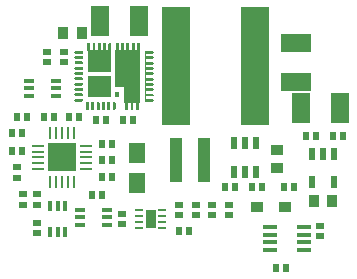
<source format=gbr>
G04 Layer_Color=8421504*
%FSLAX25Y25*%
%MOIN*%
%TF.FileFunction,Paste,Top*%
%TF.Part,Single*%
G01*
G75*
%TA.AperFunction,SMDPad*%
%ADD10R,0.02362X0.02559*%
%TA.AperFunction,SMDPad*%
%ADD11R,0.03937X0.03268*%
%TA.AperFunction,SMDPad*%
%ADD12R,0.03858X0.14567*%
%TA.AperFunction,SMDPad*%
%ADD13R,0.02559X0.02362*%
%TA.AperFunction,SMDPad*%
%ADD14R,0.06000X0.10000*%
%TA.AperFunction,SMDPad*%
%ADD15R,0.10000X0.06000*%
%TA.AperFunction,SMDPad*%
%ADD16R,0.05315X0.07087*%
%TA.AperFunction,SMDPad*%
%ADD17R,0.02362X0.03937*%
%TA.AperFunction,SMDPad*%
%ADD18R,0.03858X0.03661*%
%TA.AperFunction,SMDPad*%
%ADD24R,0.09370X0.39370*%
%TA.AperFunction,SMDPad*%
%ADD25R,0.03661X0.03858*%
%TA.AperFunction,SMDPad*%
G04:AMPARAMS|DCode=26|XSize=15.35mil|YSize=47.24mil|CornerRadius=3.84mil|HoleSize=0mil|Usage=FLASHONLY|Rotation=270.000|XOffset=0mil|YOffset=0mil|HoleType=Round|Shape=RoundedRectangle|*
%AMROUNDEDRECTD26*
21,1,0.01535,0.03957,0,0,270.0*
21,1,0.00768,0.04724,0,0,270.0*
1,1,0.00768,-0.01978,-0.00384*
1,1,0.00768,-0.01978,0.00384*
1,1,0.00768,0.01978,0.00384*
1,1,0.00768,0.01978,-0.00384*
%
%ADD26ROUNDEDRECTD26*%
%TA.AperFunction,SMDPad*%
%ADD27O,0.04331X0.00984*%
%TA.AperFunction,SMDPad*%
%ADD28O,0.00984X0.04331*%
%TA.AperFunction,SMDPad*%
%ADD29R,0.09646X0.09646*%
%TA.AperFunction,SMDPad*%
%ADD30R,0.03347X0.06299*%
%TA.AperFunction,SMDPad*%
%ADD31O,0.02756X0.00984*%
%TA.AperFunction,SMDPad*%
%ADD32R,0.03543X0.01575*%
%TA.AperFunction,SMDPad*%
%ADD33R,0.01575X0.03543*%
G36*
X381138Y354492D02*
X383008D01*
X383036Y354491D01*
X383065Y354489D01*
X383093Y354485D01*
X383121Y354479D01*
X383149Y354471D01*
X383176Y354463D01*
X383203Y354452D01*
X383229Y354440D01*
X383254Y354426D01*
X383278Y354411D01*
X383302Y354395D01*
X383324Y354377D01*
X383346Y354358D01*
X383366Y354338D01*
X383385Y354316D01*
X383403Y354294D01*
X383419Y354271D01*
X383434Y354246D01*
X383448Y354221D01*
X383460Y354195D01*
X383470Y354168D01*
X383479Y354141D01*
X383487Y354114D01*
X383492Y354085D01*
X383497Y354057D01*
X383499Y354029D01*
X383500Y354000D01*
X383499Y353971D01*
X383497Y353943D01*
X383492Y353914D01*
X383487Y353887D01*
X383479Y353859D01*
X383470Y353832D01*
X383460Y353805D01*
X383448Y353779D01*
X383434Y353754D01*
X383419Y353730D01*
X383403Y353706D01*
X383385Y353684D01*
X383366Y353662D01*
X383346Y353642D01*
X383324Y353623D01*
X383302Y353605D01*
X383278Y353589D01*
X383254Y353574D01*
X383229Y353560D01*
X383203Y353548D01*
X383176Y353538D01*
X383149Y353528D01*
X383121Y353521D01*
X383093Y353515D01*
X383065Y353511D01*
X383036Y353509D01*
X383008Y353508D01*
X381138D01*
Y352720D01*
X383008D01*
X383036Y352719D01*
X383065Y352717D01*
X383093Y352713D01*
X383121Y352707D01*
X383149Y352699D01*
X383176Y352691D01*
X383203Y352680D01*
X383229Y352668D01*
X383254Y352654D01*
X383278Y352639D01*
X383302Y352623D01*
X383324Y352605D01*
X383346Y352586D01*
X383366Y352566D01*
X383385Y352544D01*
X383403Y352522D01*
X383419Y352499D01*
X383434Y352474D01*
X383448Y352449D01*
X383460Y352423D01*
X383470Y352396D01*
X383479Y352369D01*
X383487Y352342D01*
X383492Y352313D01*
X383497Y352285D01*
X383499Y352257D01*
X383500Y352228D01*
X383499Y352199D01*
X383497Y352171D01*
X383492Y352143D01*
X383487Y352115D01*
X383479Y352087D01*
X383470Y352060D01*
X383460Y352033D01*
X383448Y352007D01*
X383434Y351982D01*
X383419Y351958D01*
X383403Y351934D01*
X383385Y351912D01*
X383366Y351890D01*
X383346Y351870D01*
X383324Y351851D01*
X383302Y351833D01*
X383278Y351817D01*
X383254Y351802D01*
X383229Y351788D01*
X383203Y351776D01*
X383176Y351765D01*
X383149Y351757D01*
X383121Y351749D01*
X383093Y351743D01*
X383065Y351739D01*
X383036Y351737D01*
X383008Y351736D01*
X381138D01*
Y350949D01*
X383008D01*
X383036Y350948D01*
X383065Y350946D01*
X383093Y350942D01*
X383121Y350936D01*
X383149Y350928D01*
X383176Y350920D01*
X383203Y350909D01*
X383229Y350897D01*
X383254Y350883D01*
X383278Y350868D01*
X383302Y350852D01*
X383324Y350834D01*
X383346Y350815D01*
X383366Y350795D01*
X383385Y350773D01*
X383403Y350751D01*
X383419Y350728D01*
X383434Y350703D01*
X383448Y350678D01*
X383460Y350652D01*
X383470Y350625D01*
X383479Y350598D01*
X383487Y350571D01*
X383492Y350542D01*
X383497Y350514D01*
X383499Y350486D01*
X383500Y350457D01*
X383499Y350428D01*
X383497Y350400D01*
X383492Y350372D01*
X383487Y350343D01*
X383479Y350316D01*
X383470Y350289D01*
X383460Y350262D01*
X383448Y350236D01*
X383434Y350211D01*
X383419Y350186D01*
X383403Y350163D01*
X383385Y350141D01*
X383366Y350119D01*
X383346Y350099D01*
X383324Y350080D01*
X383302Y350062D01*
X383278Y350046D01*
X383254Y350031D01*
X383229Y350017D01*
X383203Y350005D01*
X383176Y349994D01*
X383149Y349986D01*
X383121Y349978D01*
X383093Y349972D01*
X383065Y349968D01*
X383036Y349966D01*
X383008Y349965D01*
X381138D01*
Y349177D01*
X383008D01*
X383036Y349176D01*
X383065Y349174D01*
X383093Y349170D01*
X383121Y349164D01*
X383149Y349156D01*
X383176Y349148D01*
X383203Y349137D01*
X383229Y349125D01*
X383254Y349111D01*
X383278Y349096D01*
X383302Y349080D01*
X383324Y349062D01*
X383346Y349043D01*
X383366Y349023D01*
X383385Y349001D01*
X383403Y348979D01*
X383419Y348955D01*
X383434Y348931D01*
X383448Y348906D01*
X383460Y348880D01*
X383470Y348853D01*
X383479Y348826D01*
X383487Y348798D01*
X383492Y348770D01*
X383497Y348742D01*
X383499Y348714D01*
X383500Y348685D01*
X383499Y348656D01*
X383497Y348628D01*
X383492Y348600D01*
X383487Y348571D01*
X383479Y348544D01*
X383470Y348517D01*
X383460Y348490D01*
X383448Y348464D01*
X383434Y348439D01*
X383419Y348414D01*
X383403Y348391D01*
X383385Y348369D01*
X383366Y348347D01*
X383346Y348327D01*
X383324Y348308D01*
X383302Y348290D01*
X383278Y348274D01*
X383254Y348259D01*
X383229Y348245D01*
X383203Y348233D01*
X383176Y348222D01*
X383149Y348214D01*
X383121Y348206D01*
X383093Y348200D01*
X383065Y348196D01*
X383036Y348194D01*
X383008Y348193D01*
X381138D01*
Y347405D01*
X383008D01*
X383036Y347404D01*
X383065Y347402D01*
X383093Y347398D01*
X383121Y347392D01*
X383149Y347385D01*
X383176Y347375D01*
X383203Y347365D01*
X383229Y347353D01*
X383254Y347339D01*
X383278Y347324D01*
X383302Y347308D01*
X383324Y347290D01*
X383346Y347271D01*
X383366Y347251D01*
X383385Y347229D01*
X383403Y347207D01*
X383419Y347183D01*
X383434Y347159D01*
X383448Y347134D01*
X383460Y347108D01*
X383470Y347081D01*
X383479Y347054D01*
X383487Y347026D01*
X383492Y346999D01*
X383497Y346970D01*
X383499Y346942D01*
X383500Y346913D01*
X383499Y346884D01*
X383497Y346856D01*
X383492Y346828D01*
X383487Y346799D01*
X383479Y346772D01*
X383470Y346745D01*
X383460Y346718D01*
X383448Y346692D01*
X383434Y346667D01*
X383419Y346642D01*
X383403Y346619D01*
X383385Y346597D01*
X383366Y346575D01*
X383346Y346555D01*
X383324Y346536D01*
X383302Y346518D01*
X383278Y346502D01*
X383254Y346487D01*
X383229Y346473D01*
X383203Y346461D01*
X383176Y346450D01*
X383149Y346442D01*
X383121Y346434D01*
X383093Y346428D01*
X383065Y346424D01*
X383036Y346422D01*
X383008Y346421D01*
X381138D01*
Y345634D01*
X383008D01*
X383036Y345633D01*
X383065Y345631D01*
X383093Y345627D01*
X383121Y345621D01*
X383149Y345614D01*
X383176Y345604D01*
X383203Y345594D01*
X383229Y345582D01*
X383254Y345568D01*
X383278Y345553D01*
X383302Y345537D01*
X383324Y345519D01*
X383346Y345500D01*
X383366Y345480D01*
X383385Y345458D01*
X383403Y345436D01*
X383419Y345412D01*
X383434Y345388D01*
X383448Y345363D01*
X383460Y345337D01*
X383470Y345310D01*
X383479Y345283D01*
X383487Y345255D01*
X383492Y345228D01*
X383497Y345199D01*
X383499Y345171D01*
X383500Y345142D01*
X383499Y345113D01*
X383497Y345085D01*
X383492Y345057D01*
X383487Y345028D01*
X383479Y345001D01*
X383470Y344974D01*
X383460Y344947D01*
X383448Y344921D01*
X383434Y344896D01*
X383419Y344871D01*
X383403Y344848D01*
X383385Y344826D01*
X383366Y344804D01*
X383346Y344784D01*
X383324Y344765D01*
X383302Y344747D01*
X383278Y344731D01*
X383254Y344716D01*
X383229Y344702D01*
X383203Y344690D01*
X383176Y344679D01*
X383149Y344671D01*
X383121Y344663D01*
X383093Y344657D01*
X383065Y344653D01*
X383036Y344651D01*
X383008Y344650D01*
X381138D01*
Y343862D01*
X383008D01*
X383036Y343861D01*
X383065Y343859D01*
X383093Y343855D01*
X383121Y343849D01*
X383149Y343842D01*
X383176Y343832D01*
X383203Y343822D01*
X383229Y343810D01*
X383254Y343796D01*
X383278Y343781D01*
X383302Y343765D01*
X383324Y343747D01*
X383346Y343728D01*
X383366Y343708D01*
X383385Y343686D01*
X383403Y343664D01*
X383419Y343640D01*
X383434Y343616D01*
X383448Y343591D01*
X383460Y343565D01*
X383470Y343538D01*
X383479Y343511D01*
X383487Y343483D01*
X383492Y343456D01*
X383497Y343427D01*
X383499Y343399D01*
X383500Y343370D01*
X383499Y343341D01*
X383497Y343313D01*
X383492Y343285D01*
X383487Y343256D01*
X383479Y343229D01*
X383470Y343202D01*
X383460Y343175D01*
X383448Y343149D01*
X383434Y343124D01*
X383419Y343099D01*
X383403Y343076D01*
X383385Y343054D01*
X383366Y343032D01*
X383346Y343012D01*
X383324Y342993D01*
X383302Y342975D01*
X383278Y342959D01*
X383254Y342944D01*
X383229Y342930D01*
X383203Y342918D01*
X383176Y342908D01*
X383149Y342899D01*
X383121Y342891D01*
X383093Y342885D01*
X383065Y342881D01*
X383036Y342879D01*
X383008Y342878D01*
X381138D01*
Y342090D01*
X383008D01*
X383036Y342089D01*
X383065Y342087D01*
X383093Y342083D01*
X383121Y342077D01*
X383149Y342070D01*
X383176Y342060D01*
X383203Y342050D01*
X383229Y342038D01*
X383254Y342024D01*
X383278Y342009D01*
X383302Y341993D01*
X383324Y341975D01*
X383346Y341956D01*
X383366Y341936D01*
X383385Y341914D01*
X383403Y341892D01*
X383419Y341868D01*
X383434Y341844D01*
X383448Y341819D01*
X383460Y341793D01*
X383470Y341766D01*
X383479Y341739D01*
X383487Y341711D01*
X383492Y341684D01*
X383497Y341655D01*
X383499Y341627D01*
X383500Y341598D01*
X383499Y341569D01*
X383497Y341541D01*
X383492Y341512D01*
X383487Y341484D01*
X383479Y341457D01*
X383470Y341430D01*
X383460Y341403D01*
X383448Y341377D01*
X383434Y341352D01*
X383419Y341328D01*
X383403Y341304D01*
X383385Y341282D01*
X383366Y341260D01*
X383346Y341240D01*
X383324Y341221D01*
X383302Y341203D01*
X383278Y341187D01*
X383254Y341172D01*
X383229Y341158D01*
X383203Y341146D01*
X383176Y341136D01*
X383149Y341126D01*
X383121Y341119D01*
X383093Y341113D01*
X383065Y341109D01*
X383036Y341107D01*
X383008Y341106D01*
X381138D01*
Y340319D01*
X383008D01*
X383036Y340318D01*
X383065Y340316D01*
X383093Y340312D01*
X383121Y340306D01*
X383149Y340299D01*
X383176Y340289D01*
X383203Y340279D01*
X383229Y340267D01*
X383254Y340253D01*
X383278Y340238D01*
X383302Y340222D01*
X383324Y340204D01*
X383346Y340185D01*
X383366Y340165D01*
X383385Y340143D01*
X383403Y340121D01*
X383419Y340097D01*
X383434Y340073D01*
X383448Y340048D01*
X383460Y340022D01*
X383470Y339995D01*
X383479Y339968D01*
X383487Y339941D01*
X383492Y339913D01*
X383497Y339884D01*
X383499Y339856D01*
X383500Y339827D01*
X383499Y339798D01*
X383497Y339770D01*
X383492Y339741D01*
X383487Y339714D01*
X383479Y339686D01*
X383470Y339659D01*
X383460Y339632D01*
X383448Y339606D01*
X383434Y339581D01*
X383419Y339557D01*
X383403Y339533D01*
X383385Y339511D01*
X383366Y339489D01*
X383346Y339469D01*
X383324Y339450D01*
X383302Y339432D01*
X383278Y339416D01*
X383254Y339401D01*
X383229Y339387D01*
X383203Y339375D01*
X383176Y339365D01*
X383149Y339355D01*
X383121Y339348D01*
X383093Y339342D01*
X383065Y339338D01*
X383036Y339336D01*
X383008Y339335D01*
X381138D01*
Y338547D01*
X383008D01*
X383036Y338546D01*
X383065Y338544D01*
X383093Y338540D01*
X383121Y338534D01*
X383149Y338527D01*
X383176Y338517D01*
X383203Y338507D01*
X383229Y338495D01*
X383254Y338481D01*
X383278Y338466D01*
X383302Y338450D01*
X383324Y338432D01*
X383346Y338413D01*
X383366Y338393D01*
X383385Y338371D01*
X383403Y338349D01*
X383419Y338326D01*
X383434Y338301D01*
X383448Y338276D01*
X383460Y338250D01*
X383470Y338223D01*
X383479Y338196D01*
X383487Y338169D01*
X383492Y338141D01*
X383497Y338112D01*
X383499Y338084D01*
X383500Y338055D01*
X383499Y338026D01*
X383497Y337998D01*
X383492Y337969D01*
X383487Y337942D01*
X383479Y337914D01*
X383470Y337887D01*
X383460Y337860D01*
X383448Y337834D01*
X383434Y337809D01*
X383419Y337785D01*
X383403Y337761D01*
X383385Y337739D01*
X383366Y337717D01*
X383346Y337697D01*
X383324Y337678D01*
X383302Y337660D01*
X383278Y337644D01*
X383254Y337629D01*
X383229Y337615D01*
X383203Y337603D01*
X383176Y337593D01*
X383149Y337583D01*
X383121Y337576D01*
X383093Y337570D01*
X383065Y337566D01*
X383036Y337564D01*
X383008Y337563D01*
X381138D01*
Y337504D01*
X380498D01*
Y354551D01*
X381138D01*
Y354492D01*
D02*
G37*
G36*
X370359Y337641D02*
X370388Y337638D01*
X370416Y337634D01*
X370444Y337628D01*
X370472Y337621D01*
X370499Y337612D01*
X370526Y337601D01*
X370551Y337589D01*
X370577Y337576D01*
X370601Y337561D01*
X370624Y337544D01*
X370647Y337526D01*
X370668Y337507D01*
X370689Y337487D01*
X370708Y337466D01*
X370725Y337443D01*
X370742Y337420D01*
X370757Y337395D01*
X370770Y337370D01*
X370782Y337344D01*
X370793Y337318D01*
X370802Y337291D01*
X370809Y337263D01*
X370815Y337235D01*
X370819Y337206D01*
X370822Y337178D01*
X370823Y337149D01*
Y335181D01*
X370822Y335152D01*
X370819Y335124D01*
X370815Y335095D01*
X370809Y335067D01*
X370802Y335040D01*
X370793Y335013D01*
X370782Y334986D01*
X370770Y334960D01*
X370757Y334935D01*
X370742Y334910D01*
X370725Y334887D01*
X370708Y334864D01*
X370689Y334843D01*
X370668Y334823D01*
X370647Y334804D01*
X370624Y334786D01*
X370601Y334770D01*
X370577Y334754D01*
X370551Y334741D01*
X370526Y334729D01*
X370499Y334718D01*
X370472Y334709D01*
X370444Y334702D01*
X370416Y334696D01*
X370388Y334692D01*
X370359Y334689D01*
X370331Y334689D01*
X370302Y334689D01*
X370273Y334692D01*
X370245Y334696D01*
X370217Y334702D01*
X370189Y334709D01*
X370162Y334718D01*
X370135Y334729D01*
X370110Y334741D01*
X370084Y334754D01*
X370060Y334770D01*
X370037Y334786D01*
X370014Y334804D01*
X369993Y334823D01*
X369972Y334843D01*
X369953Y334864D01*
X369936Y334887D01*
X369919Y334910D01*
X369904Y334935D01*
X369891Y334960D01*
X369879Y334986D01*
X369868Y335013D01*
X369859Y335040D01*
X369852Y335067D01*
X369846Y335095D01*
X369842Y335124D01*
X369839Y335152D01*
X369838Y335181D01*
Y337149D01*
X369839Y337178D01*
X369842Y337206D01*
X369846Y337235D01*
X369852Y337263D01*
X369859Y337291D01*
X369868Y337318D01*
X369879Y337344D01*
X369891Y337370D01*
X369904Y337395D01*
X369919Y337420D01*
X369936Y337443D01*
X369953Y337466D01*
X369972Y337487D01*
X369993Y337507D01*
X370014Y337526D01*
X370037Y337544D01*
X370060Y337561D01*
X370084Y337576D01*
X370110Y337589D01*
X370135Y337601D01*
X370162Y337612D01*
X370189Y337621D01*
X370217Y337628D01*
X370245Y337634D01*
X370273Y337638D01*
X370302Y337641D01*
X370331Y337642D01*
X370359Y337641D01*
D02*
G37*
G36*
X359611Y338625D02*
X359640Y338623D01*
X359668Y338619D01*
X359696Y338613D01*
X359724Y338605D01*
X359751Y338597D01*
X359778Y338586D01*
X359804Y338574D01*
X359829Y338560D01*
X359853Y338545D01*
X359877Y338529D01*
X359899Y338511D01*
X359921Y338492D01*
X359941Y338472D01*
X359960Y338450D01*
X359978Y338428D01*
X359994Y338404D01*
X360009Y338380D01*
X360023Y338355D01*
X360035Y338329D01*
X360045Y338302D01*
X360054Y338275D01*
X360062Y338247D01*
X360068Y338219D01*
X360072Y338191D01*
X360074Y338163D01*
X360075Y338134D01*
X360074Y338105D01*
X360072Y338077D01*
X360068Y338049D01*
X360062Y338020D01*
X360054Y337993D01*
X360045Y337966D01*
X360035Y337939D01*
X360023Y337913D01*
X360009Y337888D01*
X359994Y337863D01*
X359978Y337840D01*
X359960Y337818D01*
X359941Y337796D01*
X359921Y337776D01*
X359899Y337757D01*
X359877Y337739D01*
X359853Y337723D01*
X359829Y337708D01*
X359804Y337694D01*
X359778Y337682D01*
X359751Y337671D01*
X359724Y337663D01*
X359696Y337655D01*
X359668Y337649D01*
X359640Y337645D01*
X359611Y337643D01*
X359583Y337642D01*
X357614D01*
X357586Y337643D01*
X357557Y337645D01*
X357529Y337649D01*
X357501Y337655D01*
X357473Y337663D01*
X357446Y337671D01*
X357419Y337682D01*
X357393Y337694D01*
X357368Y337708D01*
X357344Y337723D01*
X357320Y337739D01*
X357298Y337757D01*
X357277Y337776D01*
X357256Y337796D01*
X357237Y337818D01*
X357220Y337840D01*
X357203Y337863D01*
X357188Y337888D01*
X357174Y337913D01*
X357162Y337939D01*
X357152Y337966D01*
X357143Y337993D01*
X357135Y338020D01*
X357130Y338049D01*
X357125Y338077D01*
X357123Y338105D01*
X357122Y338134D01*
X357123Y338163D01*
X357125Y338191D01*
X357130Y338219D01*
X357135Y338247D01*
X357143Y338275D01*
X357152Y338302D01*
X357162Y338329D01*
X357174Y338355D01*
X357188Y338380D01*
X357203Y338404D01*
X357220Y338428D01*
X357237Y338450D01*
X357256Y338472D01*
X357277Y338492D01*
X357298Y338511D01*
X357320Y338529D01*
X357344Y338545D01*
X357368Y338560D01*
X357393Y338574D01*
X357419Y338586D01*
X357446Y338597D01*
X357473Y338605D01*
X357501Y338613D01*
X357529Y338619D01*
X357557Y338623D01*
X357586Y338625D01*
X357614Y338626D01*
X359583D01*
X359611Y338625D01*
D02*
G37*
G36*
X371984Y339118D02*
X370803D01*
Y340890D01*
X371984D01*
Y339118D01*
D02*
G37*
G36*
X369229D02*
X361551D01*
Y346008D01*
X369229D01*
Y339118D01*
D02*
G37*
G36*
X363273Y337641D02*
X363302Y337638D01*
X363330Y337634D01*
X363358Y337628D01*
X363386Y337621D01*
X363413Y337612D01*
X363439Y337601D01*
X363465Y337589D01*
X363491Y337576D01*
X363515Y337561D01*
X363538Y337544D01*
X363561Y337526D01*
X363582Y337507D01*
X363602Y337487D01*
X363621Y337466D01*
X363639Y337443D01*
X363656Y337420D01*
X363671Y337395D01*
X363684Y337370D01*
X363696Y337344D01*
X363707Y337318D01*
X363716Y337291D01*
X363723Y337263D01*
X363729Y337235D01*
X363733Y337206D01*
X363736Y337178D01*
X363737Y337149D01*
Y335181D01*
X363736Y335152D01*
X363733Y335124D01*
X363729Y335095D01*
X363723Y335067D01*
X363716Y335040D01*
X363707Y335013D01*
X363696Y334986D01*
X363684Y334960D01*
X363671Y334935D01*
X363656Y334910D01*
X363639Y334887D01*
X363621Y334864D01*
X363602Y334843D01*
X363582Y334823D01*
X363561Y334804D01*
X363538Y334786D01*
X363515Y334770D01*
X363491Y334754D01*
X363465Y334741D01*
X363439Y334729D01*
X363413Y334718D01*
X363386Y334709D01*
X363358Y334702D01*
X363330Y334696D01*
X363302Y334692D01*
X363273Y334689D01*
X363245Y334689D01*
X363216Y334689D01*
X363187Y334692D01*
X363159Y334696D01*
X363131Y334702D01*
X363103Y334709D01*
X363076Y334718D01*
X363050Y334729D01*
X363024Y334741D01*
X362998Y334754D01*
X362974Y334770D01*
X362951Y334786D01*
X362928Y334804D01*
X362907Y334823D01*
X362887Y334843D01*
X362867Y334864D01*
X362850Y334887D01*
X362833Y334910D01*
X362818Y334935D01*
X362805Y334960D01*
X362793Y334986D01*
X362782Y335013D01*
X362773Y335040D01*
X362766Y335067D01*
X362760Y335095D01*
X362756Y335124D01*
X362753Y335152D01*
X362752Y335181D01*
Y337149D01*
X362753Y337178D01*
X362756Y337206D01*
X362760Y337235D01*
X362766Y337263D01*
X362773Y337291D01*
X362782Y337318D01*
X362793Y337344D01*
X362805Y337370D01*
X362818Y337395D01*
X362833Y337420D01*
X362850Y337443D01*
X362867Y337466D01*
X362887Y337487D01*
X362907Y337507D01*
X362928Y337526D01*
X362951Y337544D01*
X362974Y337561D01*
X362998Y337576D01*
X363024Y337589D01*
X363050Y337601D01*
X363076Y337612D01*
X363103Y337621D01*
X363131Y337628D01*
X363159Y337634D01*
X363187Y337638D01*
X363216Y337641D01*
X363245Y337642D01*
X363273Y337641D01*
D02*
G37*
G36*
X361501D02*
X361530Y337638D01*
X361558Y337634D01*
X361586Y337628D01*
X361614Y337621D01*
X361641Y337612D01*
X361667Y337601D01*
X361693Y337589D01*
X361719Y337576D01*
X361743Y337561D01*
X361766Y337544D01*
X361789Y337526D01*
X361810Y337507D01*
X361830Y337487D01*
X361849Y337466D01*
X361867Y337443D01*
X361884Y337420D01*
X361899Y337395D01*
X361912Y337370D01*
X361924Y337344D01*
X361935Y337318D01*
X361944Y337291D01*
X361951Y337263D01*
X361957Y337235D01*
X361961Y337206D01*
X361964Y337178D01*
X361965Y337149D01*
Y335181D01*
X361964Y335152D01*
X361961Y335124D01*
X361957Y335095D01*
X361951Y335067D01*
X361944Y335040D01*
X361935Y335013D01*
X361924Y334986D01*
X361912Y334960D01*
X361899Y334935D01*
X361884Y334910D01*
X361867Y334887D01*
X361849Y334864D01*
X361830Y334843D01*
X361810Y334823D01*
X361789Y334804D01*
X361766Y334786D01*
X361743Y334770D01*
X361719Y334754D01*
X361693Y334741D01*
X361667Y334729D01*
X361641Y334718D01*
X361614Y334709D01*
X361586Y334702D01*
X361558Y334696D01*
X361530Y334692D01*
X361501Y334689D01*
X361473Y334689D01*
X361444Y334689D01*
X361415Y334692D01*
X361387Y334696D01*
X361359Y334702D01*
X361331Y334709D01*
X361304Y334718D01*
X361278Y334729D01*
X361252Y334741D01*
X361226Y334754D01*
X361202Y334770D01*
X361179Y334786D01*
X361156Y334804D01*
X361135Y334823D01*
X361115Y334843D01*
X361095Y334864D01*
X361078Y334887D01*
X361061Y334910D01*
X361046Y334935D01*
X361033Y334960D01*
X361021Y334986D01*
X361010Y335013D01*
X361001Y335040D01*
X360994Y335067D01*
X360988Y335095D01*
X360984Y335124D01*
X360981Y335152D01*
X360980Y335181D01*
Y337149D01*
X360981Y337178D01*
X360984Y337206D01*
X360988Y337235D01*
X360994Y337263D01*
X361001Y337291D01*
X361010Y337318D01*
X361021Y337344D01*
X361033Y337370D01*
X361046Y337395D01*
X361061Y337420D01*
X361078Y337443D01*
X361095Y337466D01*
X361115Y337487D01*
X361135Y337507D01*
X361156Y337526D01*
X361179Y337544D01*
X361202Y337561D01*
X361226Y337576D01*
X361252Y337589D01*
X361278Y337601D01*
X361304Y337612D01*
X361331Y337621D01*
X361359Y337628D01*
X361387Y337634D01*
X361415Y337638D01*
X361444Y337641D01*
X361473Y337642D01*
X361501Y337641D01*
D02*
G37*
G36*
X365044D02*
X365073Y337638D01*
X365101Y337634D01*
X365129Y337628D01*
X365157Y337621D01*
X365184Y337612D01*
X365211Y337601D01*
X365236Y337589D01*
X365262Y337576D01*
X365286Y337561D01*
X365309Y337544D01*
X365332Y337526D01*
X365353Y337507D01*
X365373Y337487D01*
X365392Y337466D01*
X365410Y337443D01*
X365427Y337420D01*
X365442Y337395D01*
X365455Y337370D01*
X365467Y337344D01*
X365478Y337318D01*
X365487Y337291D01*
X365494Y337263D01*
X365500Y337235D01*
X365504Y337206D01*
X365507Y337178D01*
X365508Y337149D01*
Y335181D01*
X365507Y335152D01*
X365504Y335124D01*
X365500Y335095D01*
X365494Y335067D01*
X365487Y335040D01*
X365478Y335013D01*
X365467Y334986D01*
X365455Y334960D01*
X365442Y334935D01*
X365427Y334910D01*
X365410Y334887D01*
X365392Y334864D01*
X365373Y334843D01*
X365353Y334823D01*
X365332Y334804D01*
X365309Y334786D01*
X365286Y334770D01*
X365262Y334754D01*
X365236Y334741D01*
X365211Y334729D01*
X365184Y334718D01*
X365157Y334709D01*
X365129Y334702D01*
X365101Y334696D01*
X365073Y334692D01*
X365044Y334689D01*
X365016Y334689D01*
X364987Y334689D01*
X364958Y334692D01*
X364930Y334696D01*
X364902Y334702D01*
X364874Y334709D01*
X364847Y334718D01*
X364821Y334729D01*
X364795Y334741D01*
X364769Y334754D01*
X364745Y334770D01*
X364722Y334786D01*
X364699Y334804D01*
X364678Y334823D01*
X364657Y334843D01*
X364638Y334864D01*
X364621Y334887D01*
X364604Y334910D01*
X364589Y334935D01*
X364576Y334960D01*
X364564Y334986D01*
X364553Y335013D01*
X364544Y335040D01*
X364537Y335067D01*
X364531Y335095D01*
X364527Y335124D01*
X364524Y335152D01*
X364523Y335181D01*
Y337149D01*
X364524Y337178D01*
X364527Y337206D01*
X364531Y337235D01*
X364537Y337263D01*
X364544Y337291D01*
X364553Y337318D01*
X364564Y337344D01*
X364576Y337370D01*
X364589Y337395D01*
X364604Y337420D01*
X364621Y337443D01*
X364638Y337466D01*
X364657Y337487D01*
X364678Y337507D01*
X364699Y337526D01*
X364722Y337544D01*
X364745Y337561D01*
X364769Y337576D01*
X364795Y337589D01*
X364821Y337601D01*
X364847Y337612D01*
X364874Y337621D01*
X364902Y337628D01*
X364930Y337634D01*
X364958Y337638D01*
X364987Y337641D01*
X365016Y337642D01*
X365044Y337641D01*
D02*
G37*
G36*
X368588D02*
X368617Y337638D01*
X368645Y337634D01*
X368673Y337628D01*
X368701Y337621D01*
X368728Y337612D01*
X368755Y337601D01*
X368780Y337589D01*
X368806Y337576D01*
X368830Y337561D01*
X368853Y337544D01*
X368876Y337526D01*
X368897Y337507D01*
X368917Y337487D01*
X368936Y337466D01*
X368954Y337443D01*
X368971Y337420D01*
X368986Y337395D01*
X368999Y337370D01*
X369011Y337344D01*
X369022Y337318D01*
X369031Y337291D01*
X369038Y337263D01*
X369044Y337235D01*
X369048Y337206D01*
X369051Y337178D01*
X369052Y337149D01*
Y335181D01*
X369051Y335152D01*
X369048Y335124D01*
X369044Y335095D01*
X369038Y335067D01*
X369031Y335040D01*
X369022Y335013D01*
X369011Y334986D01*
X368999Y334960D01*
X368986Y334935D01*
X368971Y334910D01*
X368954Y334887D01*
X368936Y334864D01*
X368917Y334843D01*
X368897Y334823D01*
X368876Y334804D01*
X368853Y334786D01*
X368830Y334770D01*
X368806Y334754D01*
X368780Y334741D01*
X368755Y334729D01*
X368728Y334718D01*
X368701Y334709D01*
X368673Y334702D01*
X368645Y334696D01*
X368617Y334692D01*
X368588Y334689D01*
X368560Y334689D01*
X368531Y334689D01*
X368502Y334692D01*
X368474Y334696D01*
X368446Y334702D01*
X368418Y334709D01*
X368391Y334718D01*
X368365Y334729D01*
X368339Y334741D01*
X368313Y334754D01*
X368289Y334770D01*
X368266Y334786D01*
X368243Y334804D01*
X368222Y334823D01*
X368201Y334843D01*
X368182Y334864D01*
X368165Y334887D01*
X368148Y334910D01*
X368133Y334935D01*
X368120Y334960D01*
X368108Y334986D01*
X368097Y335013D01*
X368088Y335040D01*
X368081Y335067D01*
X368075Y335095D01*
X368071Y335124D01*
X368068Y335152D01*
X368067Y335181D01*
Y337149D01*
X368068Y337178D01*
X368071Y337206D01*
X368075Y337235D01*
X368081Y337263D01*
X368088Y337291D01*
X368097Y337318D01*
X368108Y337344D01*
X368120Y337370D01*
X368133Y337395D01*
X368148Y337420D01*
X368165Y337443D01*
X368182Y337466D01*
X368201Y337487D01*
X368222Y337507D01*
X368243Y337526D01*
X368266Y337544D01*
X368289Y337561D01*
X368313Y337576D01*
X368339Y337589D01*
X368365Y337601D01*
X368391Y337612D01*
X368418Y337621D01*
X368446Y337628D01*
X368474Y337634D01*
X368502Y337638D01*
X368531Y337641D01*
X368560Y337642D01*
X368588Y337641D01*
D02*
G37*
G36*
X366816D02*
X366845Y337638D01*
X366873Y337634D01*
X366901Y337628D01*
X366929Y337621D01*
X366956Y337612D01*
X366983Y337601D01*
X367008Y337589D01*
X367034Y337576D01*
X367058Y337561D01*
X367081Y337544D01*
X367104Y337526D01*
X367125Y337507D01*
X367145Y337487D01*
X367164Y337466D01*
X367182Y337443D01*
X367199Y337420D01*
X367214Y337395D01*
X367227Y337370D01*
X367239Y337344D01*
X367250Y337318D01*
X367259Y337291D01*
X367266Y337263D01*
X367272Y337235D01*
X367276Y337206D01*
X367279Y337178D01*
X367280Y337149D01*
Y335181D01*
X367279Y335152D01*
X367276Y335124D01*
X367272Y335095D01*
X367266Y335067D01*
X367259Y335040D01*
X367250Y335013D01*
X367239Y334986D01*
X367227Y334960D01*
X367214Y334935D01*
X367199Y334910D01*
X367182Y334887D01*
X367164Y334864D01*
X367145Y334843D01*
X367125Y334823D01*
X367104Y334804D01*
X367081Y334786D01*
X367058Y334770D01*
X367034Y334754D01*
X367008Y334741D01*
X366983Y334729D01*
X366956Y334718D01*
X366929Y334709D01*
X366901Y334702D01*
X366873Y334696D01*
X366845Y334692D01*
X366816Y334689D01*
X366788Y334689D01*
X366759Y334689D01*
X366730Y334692D01*
X366702Y334696D01*
X366674Y334702D01*
X366646Y334709D01*
X366619Y334718D01*
X366593Y334729D01*
X366567Y334741D01*
X366541Y334754D01*
X366517Y334770D01*
X366494Y334786D01*
X366471Y334804D01*
X366450Y334823D01*
X366429Y334843D01*
X366410Y334864D01*
X366393Y334887D01*
X366376Y334910D01*
X366361Y334935D01*
X366348Y334960D01*
X366336Y334986D01*
X366325Y335013D01*
X366316Y335040D01*
X366309Y335067D01*
X366303Y335095D01*
X366299Y335124D01*
X366296Y335152D01*
X366295Y335181D01*
Y337149D01*
X366296Y337178D01*
X366299Y337206D01*
X366303Y337235D01*
X366309Y337263D01*
X366316Y337291D01*
X366325Y337318D01*
X366336Y337344D01*
X366348Y337370D01*
X366361Y337395D01*
X366376Y337420D01*
X366393Y337443D01*
X366410Y337466D01*
X366429Y337487D01*
X366450Y337507D01*
X366471Y337526D01*
X366494Y337544D01*
X366517Y337561D01*
X366541Y337576D01*
X366567Y337589D01*
X366593Y337601D01*
X366619Y337612D01*
X366646Y337621D01*
X366674Y337628D01*
X366702Y337634D01*
X366730Y337638D01*
X366759Y337641D01*
X366788Y337642D01*
X366816Y337641D01*
D02*
G37*
G36*
X359611Y340396D02*
X359640Y340394D01*
X359668Y340390D01*
X359696Y340384D01*
X359724Y340376D01*
X359751Y340368D01*
X359778Y340357D01*
X359804Y340345D01*
X359829Y340331D01*
X359853Y340316D01*
X359877Y340300D01*
X359899Y340282D01*
X359921Y340263D01*
X359941Y340243D01*
X359960Y340221D01*
X359978Y340199D01*
X359994Y340176D01*
X360009Y340151D01*
X360023Y340126D01*
X360035Y340100D01*
X360045Y340073D01*
X360054Y340046D01*
X360062Y340019D01*
X360068Y339990D01*
X360072Y339962D01*
X360074Y339934D01*
X360075Y339905D01*
X360074Y339876D01*
X360072Y339848D01*
X360068Y339820D01*
X360062Y339791D01*
X360054Y339764D01*
X360045Y339737D01*
X360035Y339710D01*
X360023Y339684D01*
X360009Y339659D01*
X359994Y339634D01*
X359978Y339611D01*
X359960Y339589D01*
X359941Y339567D01*
X359921Y339547D01*
X359899Y339528D01*
X359877Y339510D01*
X359853Y339494D01*
X359829Y339479D01*
X359804Y339465D01*
X359778Y339453D01*
X359751Y339442D01*
X359724Y339434D01*
X359696Y339426D01*
X359668Y339420D01*
X359640Y339416D01*
X359611Y339414D01*
X359583Y339413D01*
X357614D01*
X357586Y339414D01*
X357557Y339416D01*
X357529Y339420D01*
X357501Y339426D01*
X357473Y339434D01*
X357446Y339442D01*
X357419Y339453D01*
X357393Y339465D01*
X357368Y339479D01*
X357344Y339494D01*
X357320Y339510D01*
X357298Y339528D01*
X357277Y339547D01*
X357256Y339567D01*
X357237Y339589D01*
X357220Y339611D01*
X357203Y339634D01*
X357188Y339659D01*
X357174Y339684D01*
X357162Y339710D01*
X357152Y339737D01*
X357143Y339764D01*
X357135Y339791D01*
X357130Y339820D01*
X357125Y339848D01*
X357123Y339876D01*
X357122Y339905D01*
X357123Y339934D01*
X357125Y339962D01*
X357130Y339990D01*
X357135Y340019D01*
X357143Y340046D01*
X357152Y340073D01*
X357162Y340100D01*
X357174Y340126D01*
X357188Y340151D01*
X357203Y340176D01*
X357220Y340199D01*
X357237Y340221D01*
X357256Y340243D01*
X357277Y340263D01*
X357298Y340282D01*
X357320Y340300D01*
X357344Y340316D01*
X357368Y340331D01*
X357393Y340345D01*
X357419Y340357D01*
X357446Y340368D01*
X357473Y340376D01*
X357501Y340384D01*
X357529Y340390D01*
X357557Y340394D01*
X357586Y340396D01*
X357614Y340397D01*
X359583D01*
X359611Y340396D01*
D02*
G37*
G36*
Y352798D02*
X359640Y352796D01*
X359668Y352792D01*
X359696Y352786D01*
X359724Y352779D01*
X359751Y352769D01*
X359778Y352759D01*
X359804Y352747D01*
X359829Y352733D01*
X359853Y352718D01*
X359877Y352702D01*
X359899Y352684D01*
X359921Y352665D01*
X359941Y352645D01*
X359960Y352623D01*
X359978Y352601D01*
X359994Y352577D01*
X360009Y352553D01*
X360023Y352528D01*
X360035Y352502D01*
X360045Y352475D01*
X360054Y352448D01*
X360062Y352420D01*
X360068Y352393D01*
X360072Y352364D01*
X360074Y352336D01*
X360075Y352307D01*
X360074Y352278D01*
X360072Y352250D01*
X360068Y352221D01*
X360062Y352193D01*
X360054Y352166D01*
X360045Y352139D01*
X360035Y352112D01*
X360023Y352086D01*
X360009Y352061D01*
X359994Y352036D01*
X359978Y352013D01*
X359960Y351991D01*
X359941Y351969D01*
X359921Y351949D01*
X359899Y351930D01*
X359877Y351912D01*
X359853Y351896D01*
X359829Y351881D01*
X359804Y351867D01*
X359778Y351855D01*
X359751Y351845D01*
X359724Y351835D01*
X359696Y351828D01*
X359668Y351822D01*
X359640Y351818D01*
X359611Y351816D01*
X359583Y351815D01*
X357614D01*
X357586Y351816D01*
X357557Y351818D01*
X357529Y351822D01*
X357501Y351828D01*
X357473Y351835D01*
X357446Y351845D01*
X357419Y351855D01*
X357393Y351867D01*
X357368Y351881D01*
X357344Y351896D01*
X357320Y351912D01*
X357298Y351930D01*
X357277Y351949D01*
X357256Y351969D01*
X357237Y351991D01*
X357220Y352013D01*
X357203Y352036D01*
X357188Y352061D01*
X357174Y352086D01*
X357162Y352112D01*
X357152Y352139D01*
X357143Y352166D01*
X357135Y352193D01*
X357130Y352221D01*
X357125Y352250D01*
X357123Y352278D01*
X357122Y352307D01*
X357123Y352336D01*
X357125Y352364D01*
X357130Y352393D01*
X357135Y352420D01*
X357143Y352448D01*
X357152Y352475D01*
X357162Y352502D01*
X357174Y352528D01*
X357188Y352553D01*
X357203Y352577D01*
X357220Y352601D01*
X357237Y352623D01*
X357256Y352645D01*
X357277Y352665D01*
X357298Y352684D01*
X357320Y352702D01*
X357344Y352718D01*
X357368Y352733D01*
X357393Y352747D01*
X357419Y352759D01*
X357446Y352769D01*
X357473Y352779D01*
X357501Y352786D01*
X357529Y352792D01*
X357557Y352796D01*
X357586Y352798D01*
X357614Y352799D01*
X359583D01*
X359611Y352798D01*
D02*
G37*
G36*
Y351026D02*
X359640Y351024D01*
X359668Y351020D01*
X359696Y351014D01*
X359724Y351007D01*
X359751Y350997D01*
X359778Y350987D01*
X359804Y350975D01*
X359829Y350961D01*
X359853Y350946D01*
X359877Y350930D01*
X359899Y350912D01*
X359921Y350893D01*
X359941Y350873D01*
X359960Y350851D01*
X359978Y350829D01*
X359994Y350805D01*
X360009Y350781D01*
X360023Y350756D01*
X360035Y350730D01*
X360045Y350703D01*
X360054Y350676D01*
X360062Y350648D01*
X360068Y350621D01*
X360072Y350592D01*
X360074Y350564D01*
X360075Y350535D01*
X360074Y350506D01*
X360072Y350478D01*
X360068Y350449D01*
X360062Y350422D01*
X360054Y350394D01*
X360045Y350367D01*
X360035Y350340D01*
X360023Y350314D01*
X360009Y350289D01*
X359994Y350265D01*
X359978Y350241D01*
X359960Y350219D01*
X359941Y350197D01*
X359921Y350177D01*
X359899Y350158D01*
X359877Y350140D01*
X359853Y350124D01*
X359829Y350109D01*
X359804Y350095D01*
X359778Y350083D01*
X359751Y350073D01*
X359724Y350063D01*
X359696Y350056D01*
X359668Y350050D01*
X359640Y350046D01*
X359611Y350044D01*
X359583Y350043D01*
X357614D01*
X357586Y350044D01*
X357557Y350046D01*
X357529Y350050D01*
X357501Y350056D01*
X357473Y350063D01*
X357446Y350073D01*
X357419Y350083D01*
X357393Y350095D01*
X357368Y350109D01*
X357344Y350124D01*
X357320Y350140D01*
X357298Y350158D01*
X357277Y350177D01*
X357256Y350197D01*
X357237Y350219D01*
X357220Y350241D01*
X357203Y350265D01*
X357188Y350289D01*
X357174Y350314D01*
X357162Y350340D01*
X357152Y350367D01*
X357143Y350394D01*
X357135Y350422D01*
X357130Y350449D01*
X357125Y350478D01*
X357123Y350506D01*
X357122Y350535D01*
X357123Y350564D01*
X357125Y350592D01*
X357130Y350621D01*
X357135Y350648D01*
X357143Y350676D01*
X357152Y350703D01*
X357162Y350730D01*
X357174Y350756D01*
X357188Y350781D01*
X357203Y350805D01*
X357220Y350829D01*
X357237Y350851D01*
X357256Y350873D01*
X357277Y350893D01*
X357298Y350912D01*
X357320Y350930D01*
X357344Y350946D01*
X357368Y350961D01*
X357393Y350975D01*
X357419Y350987D01*
X357446Y350997D01*
X357473Y351007D01*
X357501Y351014D01*
X357529Y351020D01*
X357557Y351024D01*
X357586Y351026D01*
X357614Y351027D01*
X359583D01*
X359611Y351026D01*
D02*
G37*
G36*
Y354570D02*
X359640Y354568D01*
X359668Y354564D01*
X359696Y354558D01*
X359724Y354551D01*
X359751Y354541D01*
X359778Y354531D01*
X359804Y354519D01*
X359829Y354505D01*
X359853Y354490D01*
X359877Y354474D01*
X359899Y354456D01*
X359921Y354437D01*
X359941Y354417D01*
X359960Y354395D01*
X359978Y354373D01*
X359994Y354349D01*
X360009Y354325D01*
X360023Y354300D01*
X360035Y354274D01*
X360045Y354247D01*
X360054Y354220D01*
X360062Y354192D01*
X360068Y354165D01*
X360072Y354136D01*
X360074Y354108D01*
X360075Y354079D01*
X360074Y354050D01*
X360072Y354022D01*
X360068Y353994D01*
X360062Y353965D01*
X360054Y353938D01*
X360045Y353911D01*
X360035Y353884D01*
X360023Y353858D01*
X360009Y353833D01*
X359994Y353808D01*
X359978Y353785D01*
X359960Y353763D01*
X359941Y353741D01*
X359921Y353721D01*
X359899Y353702D01*
X359877Y353684D01*
X359853Y353668D01*
X359829Y353653D01*
X359804Y353639D01*
X359778Y353627D01*
X359751Y353616D01*
X359724Y353608D01*
X359696Y353600D01*
X359668Y353594D01*
X359640Y353590D01*
X359611Y353588D01*
X359583Y353587D01*
X357614D01*
X357586Y353588D01*
X357557Y353590D01*
X357529Y353594D01*
X357501Y353600D01*
X357473Y353608D01*
X357446Y353616D01*
X357419Y353627D01*
X357393Y353639D01*
X357368Y353653D01*
X357344Y353668D01*
X357320Y353684D01*
X357298Y353702D01*
X357277Y353721D01*
X357256Y353741D01*
X357237Y353763D01*
X357220Y353785D01*
X357203Y353808D01*
X357188Y353833D01*
X357174Y353858D01*
X357162Y353884D01*
X357152Y353911D01*
X357143Y353938D01*
X357135Y353965D01*
X357130Y353994D01*
X357125Y354022D01*
X357123Y354050D01*
X357122Y354079D01*
X357123Y354108D01*
X357125Y354136D01*
X357130Y354165D01*
X357135Y354192D01*
X357143Y354220D01*
X357152Y354247D01*
X357162Y354274D01*
X357174Y354300D01*
X357188Y354325D01*
X357203Y354349D01*
X357220Y354373D01*
X357237Y354395D01*
X357256Y354417D01*
X357277Y354437D01*
X357298Y354456D01*
X357320Y354474D01*
X357344Y354490D01*
X357368Y354505D01*
X357393Y354519D01*
X357419Y354531D01*
X357446Y354541D01*
X357473Y354551D01*
X357501Y354558D01*
X357529Y354564D01*
X357557Y354568D01*
X357586Y354570D01*
X357614Y354571D01*
X359583D01*
X359611Y354570D01*
D02*
G37*
G36*
X378509Y357326D02*
X378538Y357323D01*
X378566Y357319D01*
X378594Y357313D01*
X378622Y357306D01*
X378649Y357297D01*
X378676Y357286D01*
X378701Y357274D01*
X378727Y357261D01*
X378751Y357245D01*
X378774Y357229D01*
X378797Y357211D01*
X378818Y357192D01*
X378838Y357172D01*
X378857Y357151D01*
X378875Y357128D01*
X378892Y357105D01*
X378907Y357080D01*
X378920Y357055D01*
X378932Y357029D01*
X378943Y357003D01*
X378952Y356976D01*
X378959Y356948D01*
X378965Y356920D01*
X378969Y356891D01*
X378972Y356863D01*
X378973Y356834D01*
Y354866D01*
X378972Y354837D01*
X378969Y354809D01*
X378966Y354787D01*
X379071D01*
Y337228D01*
X378572D01*
X378575Y337206D01*
X378578Y337178D01*
X378579Y337149D01*
Y335181D01*
X378578Y335152D01*
X378575Y335124D01*
X378571Y335095D01*
X378565Y335067D01*
X378558Y335040D01*
X378549Y335013D01*
X378538Y334986D01*
X378526Y334960D01*
X378513Y334935D01*
X378498Y334910D01*
X378481Y334887D01*
X378464Y334864D01*
X378445Y334843D01*
X378424Y334823D01*
X378403Y334804D01*
X378380Y334786D01*
X378357Y334770D01*
X378333Y334754D01*
X378307Y334741D01*
X378281Y334729D01*
X378255Y334718D01*
X378228Y334709D01*
X378200Y334702D01*
X378172Y334696D01*
X378144Y334692D01*
X378115Y334689D01*
X378086Y334689D01*
X378058Y334689D01*
X378029Y334692D01*
X378001Y334696D01*
X377973Y334702D01*
X377945Y334709D01*
X377918Y334718D01*
X377891Y334729D01*
X377866Y334741D01*
X377840Y334754D01*
X377816Y334770D01*
X377793Y334786D01*
X377770Y334804D01*
X377749Y334823D01*
X377729Y334843D01*
X377710Y334864D01*
X377692Y334887D01*
X377675Y334910D01*
X377660Y334935D01*
X377647Y334960D01*
X377635Y334986D01*
X377624Y335013D01*
X377615Y335040D01*
X377608Y335067D01*
X377602Y335095D01*
X377598Y335124D01*
X377595Y335152D01*
X377594Y335181D01*
Y337149D01*
X377595Y337178D01*
X377598Y337206D01*
X377601Y337228D01*
X376801D01*
X376804Y337206D01*
X376807Y337178D01*
X376808Y337149D01*
Y335181D01*
X376807Y335152D01*
X376804Y335124D01*
X376800Y335095D01*
X376794Y335067D01*
X376787Y335040D01*
X376778Y335013D01*
X376767Y334986D01*
X376755Y334960D01*
X376742Y334935D01*
X376727Y334910D01*
X376710Y334887D01*
X376693Y334864D01*
X376674Y334843D01*
X376653Y334823D01*
X376632Y334804D01*
X376609Y334786D01*
X376586Y334770D01*
X376562Y334754D01*
X376536Y334741D01*
X376511Y334729D01*
X376484Y334718D01*
X376457Y334709D01*
X376429Y334702D01*
X376401Y334696D01*
X376373Y334692D01*
X376344Y334689D01*
X376315Y334689D01*
X376287Y334689D01*
X376258Y334692D01*
X376230Y334696D01*
X376202Y334702D01*
X376174Y334709D01*
X376147Y334718D01*
X376120Y334729D01*
X376095Y334741D01*
X376069Y334754D01*
X376045Y334770D01*
X376022Y334786D01*
X375999Y334804D01*
X375978Y334823D01*
X375957Y334843D01*
X375939Y334864D01*
X375921Y334887D01*
X375904Y334910D01*
X375889Y334935D01*
X375876Y334960D01*
X375864Y334986D01*
X375853Y335013D01*
X375844Y335040D01*
X375837Y335067D01*
X375831Y335095D01*
X375827Y335124D01*
X375824Y335152D01*
X375823Y335181D01*
Y337149D01*
X375824Y337178D01*
X375827Y337206D01*
X375830Y337228D01*
X375029D01*
X375032Y337206D01*
X375035Y337178D01*
X375036Y337149D01*
Y335181D01*
X375035Y335152D01*
X375032Y335124D01*
X375028Y335095D01*
X375022Y335067D01*
X375015Y335040D01*
X375006Y335013D01*
X374995Y334986D01*
X374983Y334960D01*
X374970Y334935D01*
X374955Y334910D01*
X374938Y334887D01*
X374921Y334864D01*
X374902Y334843D01*
X374881Y334823D01*
X374860Y334804D01*
X374837Y334786D01*
X374814Y334770D01*
X374790Y334754D01*
X374764Y334741D01*
X374739Y334729D01*
X374712Y334718D01*
X374685Y334709D01*
X374657Y334702D01*
X374629Y334696D01*
X374601Y334692D01*
X374572Y334689D01*
X374543Y334689D01*
X374515Y334689D01*
X374486Y334692D01*
X374458Y334696D01*
X374430Y334702D01*
X374402Y334709D01*
X374375Y334718D01*
X374348Y334729D01*
X374323Y334741D01*
X374297Y334754D01*
X374273Y334770D01*
X374250Y334786D01*
X374227Y334804D01*
X374206Y334823D01*
X374185Y334843D01*
X374166Y334864D01*
X374149Y334887D01*
X374132Y334910D01*
X374117Y334935D01*
X374104Y334960D01*
X374092Y334986D01*
X374081Y335013D01*
X374072Y335040D01*
X374065Y335067D01*
X374059Y335095D01*
X374055Y335124D01*
X374052Y335152D01*
X374051Y335181D01*
Y337149D01*
X374052Y337178D01*
X374055Y337206D01*
X374058Y337228D01*
X373559D01*
Y342464D01*
X370803Y342464D01*
Y354787D01*
X370908D01*
X370905Y354809D01*
X370902Y354837D01*
X370901Y354866D01*
Y356834D01*
X370902Y356863D01*
X370905Y356891D01*
X370909Y356920D01*
X370915Y356948D01*
X370922Y356976D01*
X370931Y357003D01*
X370942Y357029D01*
X370954Y357055D01*
X370967Y357080D01*
X370982Y357105D01*
X370999Y357128D01*
X371017Y357151D01*
X371036Y357172D01*
X371056Y357192D01*
X371077Y357211D01*
X371100Y357229D01*
X371123Y357245D01*
X371147Y357261D01*
X371173Y357274D01*
X371199Y357286D01*
X371225Y357297D01*
X371252Y357306D01*
X371280Y357313D01*
X371308Y357319D01*
X371336Y357323D01*
X371365Y357326D01*
X371393Y357327D01*
X371422Y357326D01*
X371451Y357323D01*
X371479Y357319D01*
X371507Y357313D01*
X371535Y357306D01*
X371562Y357297D01*
X371588Y357286D01*
X371614Y357274D01*
X371640Y357261D01*
X371664Y357245D01*
X371687Y357229D01*
X371710Y357211D01*
X371731Y357192D01*
X371751Y357172D01*
X371771Y357151D01*
X371788Y357128D01*
X371805Y357105D01*
X371820Y357080D01*
X371833Y357055D01*
X371845Y357029D01*
X371856Y357003D01*
X371865Y356976D01*
X371872Y356948D01*
X371878Y356920D01*
X371882Y356891D01*
X371885Y356863D01*
X371886Y356834D01*
Y354866D01*
X371885Y354837D01*
X371882Y354809D01*
X371879Y354787D01*
X372680D01*
X372677Y354809D01*
X372674Y354837D01*
X372673Y354866D01*
Y356834D01*
X372674Y356863D01*
X372677Y356891D01*
X372681Y356920D01*
X372687Y356948D01*
X372694Y356976D01*
X372703Y357003D01*
X372714Y357029D01*
X372726Y357055D01*
X372739Y357080D01*
X372754Y357105D01*
X372771Y357128D01*
X372789Y357151D01*
X372808Y357172D01*
X372828Y357192D01*
X372849Y357211D01*
X372872Y357229D01*
X372895Y357245D01*
X372919Y357261D01*
X372945Y357274D01*
X372971Y357286D01*
X372997Y357297D01*
X373024Y357306D01*
X373052Y357313D01*
X373080Y357319D01*
X373108Y357323D01*
X373137Y357326D01*
X373165Y357327D01*
X373194Y357326D01*
X373223Y357323D01*
X373251Y357319D01*
X373279Y357313D01*
X373307Y357306D01*
X373334Y357297D01*
X373360Y357286D01*
X373386Y357274D01*
X373412Y357261D01*
X373436Y357245D01*
X373459Y357229D01*
X373482Y357211D01*
X373503Y357192D01*
X373523Y357172D01*
X373542Y357151D01*
X373560Y357128D01*
X373577Y357105D01*
X373592Y357080D01*
X373605Y357055D01*
X373617Y357029D01*
X373628Y357003D01*
X373637Y356976D01*
X373644Y356948D01*
X373650Y356920D01*
X373654Y356891D01*
X373657Y356863D01*
X373658Y356834D01*
Y354866D01*
X373657Y354837D01*
X373654Y354809D01*
X373651Y354787D01*
X374452D01*
X374449Y354809D01*
X374446Y354837D01*
X374445Y354866D01*
Y356834D01*
X374446Y356863D01*
X374449Y356891D01*
X374453Y356920D01*
X374459Y356948D01*
X374466Y356976D01*
X374475Y357003D01*
X374486Y357029D01*
X374498Y357055D01*
X374511Y357080D01*
X374526Y357105D01*
X374543Y357128D01*
X374560Y357151D01*
X374580Y357172D01*
X374600Y357192D01*
X374621Y357211D01*
X374644Y357229D01*
X374667Y357245D01*
X374691Y357261D01*
X374717Y357274D01*
X374743Y357286D01*
X374769Y357297D01*
X374796Y357306D01*
X374824Y357313D01*
X374852Y357319D01*
X374880Y357323D01*
X374909Y357326D01*
X374938Y357327D01*
X374966Y357326D01*
X374995Y357323D01*
X375023Y357319D01*
X375051Y357313D01*
X375079Y357306D01*
X375106Y357297D01*
X375132Y357286D01*
X375158Y357274D01*
X375184Y357261D01*
X375208Y357245D01*
X375231Y357229D01*
X375254Y357211D01*
X375275Y357192D01*
X375295Y357172D01*
X375314Y357151D01*
X375332Y357128D01*
X375349Y357105D01*
X375364Y357080D01*
X375377Y357055D01*
X375389Y357029D01*
X375400Y357003D01*
X375409Y356976D01*
X375416Y356948D01*
X375422Y356920D01*
X375426Y356891D01*
X375429Y356863D01*
X375430Y356834D01*
Y354866D01*
X375429Y354837D01*
X375426Y354809D01*
X375423Y354787D01*
X376223D01*
X376220Y354809D01*
X376217Y354837D01*
X376216Y354866D01*
Y356834D01*
X376217Y356863D01*
X376220Y356891D01*
X376224Y356920D01*
X376230Y356948D01*
X376237Y356976D01*
X376246Y357003D01*
X376257Y357029D01*
X376269Y357055D01*
X376282Y357080D01*
X376297Y357105D01*
X376314Y357128D01*
X376331Y357151D01*
X376350Y357172D01*
X376371Y357192D01*
X376392Y357211D01*
X376415Y357229D01*
X376438Y357245D01*
X376462Y357261D01*
X376488Y357274D01*
X376514Y357286D01*
X376540Y357297D01*
X376567Y357306D01*
X376595Y357313D01*
X376623Y357319D01*
X376651Y357323D01*
X376680Y357326D01*
X376709Y357327D01*
X376737Y357326D01*
X376766Y357323D01*
X376794Y357319D01*
X376822Y357313D01*
X376850Y357306D01*
X376877Y357297D01*
X376904Y357286D01*
X376929Y357274D01*
X376955Y357261D01*
X376979Y357245D01*
X377002Y357229D01*
X377025Y357211D01*
X377046Y357192D01*
X377066Y357172D01*
X377085Y357151D01*
X377103Y357128D01*
X377120Y357105D01*
X377135Y357080D01*
X377148Y357055D01*
X377160Y357029D01*
X377171Y357003D01*
X377180Y356976D01*
X377187Y356948D01*
X377193Y356920D01*
X377197Y356891D01*
X377200Y356863D01*
X377201Y356834D01*
Y354866D01*
X377200Y354837D01*
X377197Y354809D01*
X377194Y354787D01*
X377995D01*
X377992Y354809D01*
X377989Y354837D01*
X377988Y354866D01*
Y356834D01*
X377989Y356863D01*
X377992Y356891D01*
X377996Y356920D01*
X378002Y356948D01*
X378009Y356976D01*
X378018Y357003D01*
X378029Y357029D01*
X378041Y357055D01*
X378054Y357080D01*
X378069Y357105D01*
X378086Y357128D01*
X378103Y357151D01*
X378122Y357172D01*
X378143Y357192D01*
X378164Y357211D01*
X378187Y357229D01*
X378210Y357245D01*
X378234Y357261D01*
X378260Y357274D01*
X378286Y357286D01*
X378312Y357297D01*
X378339Y357306D01*
X378367Y357313D01*
X378395Y357319D01*
X378423Y357323D01*
X378452Y357326D01*
X378481Y357327D01*
X378509Y357326D01*
D02*
G37*
G36*
X368981D02*
X369010Y357323D01*
X369038Y357319D01*
X369066Y357313D01*
X369094Y357306D01*
X369121Y357297D01*
X369147Y357286D01*
X369173Y357274D01*
X369199Y357261D01*
X369223Y357245D01*
X369246Y357229D01*
X369269Y357211D01*
X369290Y357192D01*
X369310Y357172D01*
X369330Y357151D01*
X369347Y357128D01*
X369364Y357105D01*
X369379Y357080D01*
X369392Y357055D01*
X369404Y357029D01*
X369415Y357003D01*
X369424Y356976D01*
X369431Y356948D01*
X369437Y356920D01*
X369441Y356891D01*
X369444Y356863D01*
X369445Y356834D01*
Y354866D01*
X369444Y354837D01*
X369441Y354809D01*
X369437Y354780D01*
X369431Y354752D01*
X369424Y354725D01*
X369415Y354697D01*
X369404Y354671D01*
X369392Y354645D01*
X369379Y354620D01*
X369364Y354595D01*
X369347Y354572D01*
X369330Y354549D01*
X369310Y354528D01*
X369290Y354508D01*
X369269Y354489D01*
X369246Y354471D01*
X369228Y354458D01*
Y347582D01*
X361551D01*
Y354488D01*
X361550Y354489D01*
X361529Y354508D01*
X361508Y354528D01*
X361490Y354549D01*
X361472Y354572D01*
X361455Y354595D01*
X361440Y354620D01*
X361427Y354645D01*
X361415Y354671D01*
X361404Y354697D01*
X361395Y354725D01*
X361388Y354752D01*
X361382Y354780D01*
X361378Y354809D01*
X361375Y354837D01*
X361374Y354866D01*
Y356834D01*
X361375Y356863D01*
X361378Y356891D01*
X361382Y356920D01*
X361388Y356948D01*
X361395Y356976D01*
X361404Y357003D01*
X361415Y357029D01*
X361427Y357055D01*
X361440Y357080D01*
X361455Y357105D01*
X361472Y357128D01*
X361490Y357151D01*
X361508Y357172D01*
X361529Y357192D01*
X361550Y357211D01*
X361573Y357229D01*
X361596Y357245D01*
X361620Y357261D01*
X361646Y357274D01*
X361671Y357286D01*
X361698Y357297D01*
X361725Y357306D01*
X361753Y357313D01*
X361781Y357319D01*
X361809Y357323D01*
X361838Y357326D01*
X361866Y357327D01*
X361895Y357326D01*
X361924Y357323D01*
X361952Y357319D01*
X361980Y357313D01*
X362008Y357306D01*
X362035Y357297D01*
X362062Y357286D01*
X362087Y357274D01*
X362113Y357261D01*
X362137Y357245D01*
X362160Y357229D01*
X362183Y357211D01*
X362204Y357192D01*
X362225Y357172D01*
X362244Y357151D01*
X362261Y357128D01*
X362278Y357105D01*
X362293Y357080D01*
X362306Y357055D01*
X362318Y357029D01*
X362329Y357003D01*
X362338Y356976D01*
X362345Y356948D01*
X362351Y356920D01*
X362355Y356891D01*
X362358Y356863D01*
X362359Y356834D01*
Y354866D01*
X362358Y354837D01*
X362355Y354809D01*
X362352Y354787D01*
X363152D01*
X363149Y354809D01*
X363146Y354837D01*
X363145Y354866D01*
Y356834D01*
X363146Y356863D01*
X363149Y356891D01*
X363153Y356920D01*
X363159Y356948D01*
X363166Y356976D01*
X363175Y357003D01*
X363186Y357029D01*
X363198Y357055D01*
X363211Y357080D01*
X363226Y357105D01*
X363243Y357128D01*
X363261Y357151D01*
X363280Y357172D01*
X363300Y357192D01*
X363321Y357211D01*
X363344Y357229D01*
X363367Y357245D01*
X363391Y357261D01*
X363417Y357274D01*
X363442Y357286D01*
X363469Y357297D01*
X363496Y357306D01*
X363524Y357313D01*
X363552Y357319D01*
X363580Y357323D01*
X363609Y357326D01*
X363637Y357327D01*
X363666Y357326D01*
X363695Y357323D01*
X363723Y357319D01*
X363751Y357313D01*
X363779Y357306D01*
X363806Y357297D01*
X363832Y357286D01*
X363858Y357274D01*
X363884Y357261D01*
X363908Y357245D01*
X363931Y357229D01*
X363954Y357211D01*
X363975Y357192D01*
X363996Y357172D01*
X364015Y357151D01*
X364032Y357128D01*
X364049Y357105D01*
X364064Y357080D01*
X364077Y357055D01*
X364089Y357029D01*
X364100Y357003D01*
X364109Y356976D01*
X364116Y356948D01*
X364122Y356920D01*
X364126Y356891D01*
X364129Y356863D01*
X364130Y356834D01*
Y354866D01*
X364129Y354837D01*
X364126Y354809D01*
X364123Y354787D01*
X364924D01*
X364921Y354809D01*
X364918Y354837D01*
X364917Y354866D01*
Y356834D01*
X364918Y356863D01*
X364921Y356891D01*
X364925Y356920D01*
X364931Y356948D01*
X364938Y356976D01*
X364947Y357003D01*
X364958Y357029D01*
X364970Y357055D01*
X364983Y357080D01*
X364998Y357105D01*
X365015Y357128D01*
X365033Y357151D01*
X365052Y357172D01*
X365072Y357192D01*
X365093Y357211D01*
X365116Y357229D01*
X365139Y357245D01*
X365163Y357261D01*
X365189Y357274D01*
X365214Y357286D01*
X365241Y357297D01*
X365268Y357306D01*
X365296Y357313D01*
X365324Y357319D01*
X365352Y357323D01*
X365381Y357326D01*
X365409Y357327D01*
X365438Y357326D01*
X365467Y357323D01*
X365495Y357319D01*
X365523Y357313D01*
X365551Y357306D01*
X365578Y357297D01*
X365604Y357286D01*
X365630Y357274D01*
X365656Y357261D01*
X365680Y357245D01*
X365703Y357229D01*
X365726Y357211D01*
X365747Y357192D01*
X365768Y357172D01*
X365787Y357151D01*
X365804Y357128D01*
X365821Y357105D01*
X365836Y357080D01*
X365849Y357055D01*
X365861Y357029D01*
X365872Y357003D01*
X365881Y356976D01*
X365888Y356948D01*
X365894Y356920D01*
X365898Y356891D01*
X365901Y356863D01*
X365902Y356834D01*
Y354866D01*
X365901Y354837D01*
X365898Y354809D01*
X365895Y354787D01*
X366696D01*
X366693Y354809D01*
X366690Y354837D01*
X366689Y354866D01*
Y356834D01*
X366690Y356863D01*
X366693Y356891D01*
X366697Y356920D01*
X366703Y356948D01*
X366710Y356976D01*
X366719Y357003D01*
X366730Y357029D01*
X366742Y357055D01*
X366755Y357080D01*
X366770Y357105D01*
X366787Y357128D01*
X366805Y357151D01*
X366824Y357172D01*
X366844Y357192D01*
X366865Y357211D01*
X366888Y357229D01*
X366911Y357245D01*
X366935Y357261D01*
X366961Y357274D01*
X366986Y357286D01*
X367013Y357297D01*
X367040Y357306D01*
X367068Y357313D01*
X367096Y357319D01*
X367124Y357323D01*
X367153Y357326D01*
X367181Y357327D01*
X367210Y357326D01*
X367239Y357323D01*
X367267Y357319D01*
X367295Y357313D01*
X367323Y357306D01*
X367350Y357297D01*
X367376Y357286D01*
X367402Y357274D01*
X367428Y357261D01*
X367452Y357245D01*
X367475Y357229D01*
X367498Y357211D01*
X367519Y357192D01*
X367540Y357172D01*
X367559Y357151D01*
X367576Y357128D01*
X367593Y357105D01*
X367608Y357080D01*
X367621Y357055D01*
X367633Y357029D01*
X367644Y357003D01*
X367653Y356976D01*
X367660Y356948D01*
X367666Y356920D01*
X367670Y356891D01*
X367673Y356863D01*
X367674Y356834D01*
Y354866D01*
X367673Y354837D01*
X367670Y354809D01*
X367667Y354787D01*
X368467D01*
X368464Y354809D01*
X368461Y354837D01*
X368460Y354866D01*
Y356834D01*
X368461Y356863D01*
X368464Y356891D01*
X368468Y356920D01*
X368474Y356948D01*
X368481Y356976D01*
X368490Y357003D01*
X368501Y357029D01*
X368513Y357055D01*
X368526Y357080D01*
X368541Y357105D01*
X368558Y357128D01*
X368576Y357151D01*
X368595Y357172D01*
X368615Y357192D01*
X368636Y357211D01*
X368659Y357229D01*
X368682Y357245D01*
X368706Y357261D01*
X368732Y357274D01*
X368758Y357286D01*
X368784Y357297D01*
X368811Y357306D01*
X368839Y357313D01*
X368867Y357319D01*
X368895Y357323D01*
X368924Y357326D01*
X368952Y357327D01*
X368981Y357326D01*
D02*
G37*
G36*
X359611Y343940D02*
X359640Y343938D01*
X359668Y343934D01*
X359696Y343928D01*
X359724Y343920D01*
X359751Y343912D01*
X359778Y343901D01*
X359804Y343889D01*
X359829Y343875D01*
X359853Y343860D01*
X359877Y343844D01*
X359899Y343826D01*
X359921Y343807D01*
X359941Y343787D01*
X359960Y343765D01*
X359978Y343743D01*
X359994Y343720D01*
X360009Y343695D01*
X360023Y343670D01*
X360035Y343644D01*
X360045Y343617D01*
X360054Y343590D01*
X360062Y343563D01*
X360068Y343534D01*
X360072Y343506D01*
X360074Y343478D01*
X360075Y343449D01*
X360074Y343420D01*
X360072Y343392D01*
X360068Y343363D01*
X360062Y343336D01*
X360054Y343308D01*
X360045Y343281D01*
X360035Y343254D01*
X360023Y343228D01*
X360009Y343203D01*
X359994Y343179D01*
X359978Y343155D01*
X359960Y343133D01*
X359941Y343111D01*
X359921Y343091D01*
X359899Y343072D01*
X359877Y343054D01*
X359853Y343038D01*
X359829Y343023D01*
X359804Y343009D01*
X359778Y342997D01*
X359751Y342986D01*
X359724Y342977D01*
X359696Y342970D01*
X359668Y342964D01*
X359640Y342960D01*
X359611Y342958D01*
X359583Y342957D01*
X357614D01*
X357586Y342958D01*
X357557Y342960D01*
X357529Y342964D01*
X357501Y342970D01*
X357473Y342977D01*
X357446Y342986D01*
X357419Y342997D01*
X357393Y343009D01*
X357368Y343023D01*
X357344Y343038D01*
X357320Y343054D01*
X357298Y343072D01*
X357277Y343091D01*
X357256Y343111D01*
X357237Y343133D01*
X357220Y343155D01*
X357203Y343179D01*
X357188Y343203D01*
X357174Y343228D01*
X357162Y343254D01*
X357152Y343281D01*
X357143Y343308D01*
X357135Y343336D01*
X357130Y343363D01*
X357125Y343392D01*
X357123Y343420D01*
X357122Y343449D01*
X357123Y343478D01*
X357125Y343506D01*
X357130Y343534D01*
X357135Y343563D01*
X357143Y343590D01*
X357152Y343617D01*
X357162Y343644D01*
X357174Y343670D01*
X357188Y343695D01*
X357203Y343720D01*
X357220Y343743D01*
X357237Y343765D01*
X357256Y343787D01*
X357277Y343807D01*
X357298Y343826D01*
X357320Y343844D01*
X357344Y343860D01*
X357368Y343875D01*
X357393Y343889D01*
X357419Y343901D01*
X357446Y343912D01*
X357473Y343920D01*
X357501Y343928D01*
X357529Y343934D01*
X357557Y343938D01*
X357586Y343940D01*
X357614Y343941D01*
X359583D01*
X359611Y343940D01*
D02*
G37*
G36*
Y342168D02*
X359640Y342166D01*
X359668Y342162D01*
X359696Y342156D01*
X359724Y342148D01*
X359751Y342140D01*
X359778Y342129D01*
X359804Y342117D01*
X359829Y342103D01*
X359853Y342088D01*
X359877Y342072D01*
X359899Y342054D01*
X359921Y342035D01*
X359941Y342015D01*
X359960Y341993D01*
X359978Y341971D01*
X359994Y341948D01*
X360009Y341923D01*
X360023Y341898D01*
X360035Y341872D01*
X360045Y341845D01*
X360054Y341818D01*
X360062Y341791D01*
X360068Y341762D01*
X360072Y341734D01*
X360074Y341706D01*
X360075Y341677D01*
X360074Y341648D01*
X360072Y341620D01*
X360068Y341592D01*
X360062Y341564D01*
X360054Y341536D01*
X360045Y341509D01*
X360035Y341482D01*
X360023Y341456D01*
X360009Y341431D01*
X359994Y341406D01*
X359978Y341383D01*
X359960Y341361D01*
X359941Y341339D01*
X359921Y341319D01*
X359899Y341300D01*
X359877Y341282D01*
X359853Y341266D01*
X359829Y341251D01*
X359804Y341237D01*
X359778Y341225D01*
X359751Y341214D01*
X359724Y341206D01*
X359696Y341198D01*
X359668Y341192D01*
X359640Y341188D01*
X359611Y341186D01*
X359583Y341185D01*
X357614D01*
X357586Y341186D01*
X357557Y341188D01*
X357529Y341192D01*
X357501Y341198D01*
X357473Y341206D01*
X357446Y341214D01*
X357419Y341225D01*
X357393Y341237D01*
X357368Y341251D01*
X357344Y341266D01*
X357320Y341282D01*
X357298Y341300D01*
X357277Y341319D01*
X357256Y341339D01*
X357237Y341361D01*
X357220Y341383D01*
X357203Y341406D01*
X357188Y341431D01*
X357174Y341456D01*
X357162Y341482D01*
X357152Y341509D01*
X357143Y341536D01*
X357135Y341564D01*
X357130Y341592D01*
X357125Y341620D01*
X357123Y341648D01*
X357122Y341677D01*
X357123Y341706D01*
X357125Y341734D01*
X357130Y341762D01*
X357135Y341791D01*
X357143Y341818D01*
X357152Y341845D01*
X357162Y341872D01*
X357174Y341898D01*
X357188Y341923D01*
X357203Y341948D01*
X357220Y341971D01*
X357237Y341993D01*
X357256Y342015D01*
X357277Y342035D01*
X357298Y342054D01*
X357320Y342072D01*
X357344Y342088D01*
X357368Y342103D01*
X357393Y342117D01*
X357419Y342129D01*
X357446Y342140D01*
X357473Y342148D01*
X357501Y342156D01*
X357529Y342162D01*
X357557Y342166D01*
X357586Y342168D01*
X357614Y342169D01*
X359583D01*
X359611Y342168D01*
D02*
G37*
G36*
Y345711D02*
X359640Y345709D01*
X359668Y345705D01*
X359696Y345699D01*
X359724Y345691D01*
X359751Y345683D01*
X359778Y345672D01*
X359804Y345660D01*
X359829Y345646D01*
X359853Y345631D01*
X359877Y345615D01*
X359899Y345597D01*
X359921Y345578D01*
X359941Y345558D01*
X359960Y345536D01*
X359978Y345514D01*
X359994Y345491D01*
X360009Y345466D01*
X360023Y345441D01*
X360035Y345415D01*
X360045Y345388D01*
X360054Y345361D01*
X360062Y345334D01*
X360068Y345305D01*
X360072Y345277D01*
X360074Y345249D01*
X360075Y345220D01*
X360074Y345191D01*
X360072Y345163D01*
X360068Y345134D01*
X360062Y345107D01*
X360054Y345079D01*
X360045Y345052D01*
X360035Y345025D01*
X360023Y344999D01*
X360009Y344974D01*
X359994Y344950D01*
X359978Y344926D01*
X359960Y344904D01*
X359941Y344882D01*
X359921Y344862D01*
X359899Y344843D01*
X359877Y344825D01*
X359853Y344809D01*
X359829Y344794D01*
X359804Y344780D01*
X359778Y344768D01*
X359751Y344758D01*
X359724Y344748D01*
X359696Y344741D01*
X359668Y344735D01*
X359640Y344731D01*
X359611Y344729D01*
X359583Y344728D01*
X357614D01*
X357586Y344729D01*
X357557Y344731D01*
X357529Y344735D01*
X357501Y344741D01*
X357473Y344748D01*
X357446Y344758D01*
X357419Y344768D01*
X357393Y344780D01*
X357368Y344794D01*
X357344Y344809D01*
X357320Y344825D01*
X357298Y344843D01*
X357277Y344862D01*
X357256Y344882D01*
X357237Y344904D01*
X357220Y344926D01*
X357203Y344950D01*
X357188Y344974D01*
X357174Y344999D01*
X357162Y345025D01*
X357152Y345052D01*
X357143Y345079D01*
X357135Y345107D01*
X357130Y345134D01*
X357125Y345163D01*
X357123Y345191D01*
X357122Y345220D01*
X357123Y345249D01*
X357125Y345277D01*
X357130Y345305D01*
X357135Y345334D01*
X357143Y345361D01*
X357152Y345388D01*
X357162Y345415D01*
X357174Y345441D01*
X357188Y345466D01*
X357203Y345491D01*
X357220Y345514D01*
X357237Y345536D01*
X357256Y345558D01*
X357277Y345578D01*
X357298Y345597D01*
X357320Y345615D01*
X357344Y345631D01*
X357368Y345646D01*
X357393Y345660D01*
X357419Y345672D01*
X357446Y345683D01*
X357473Y345691D01*
X357501Y345699D01*
X357529Y345705D01*
X357557Y345709D01*
X357586Y345711D01*
X357614Y345712D01*
X359583D01*
X359611Y345711D01*
D02*
G37*
G36*
Y349255D02*
X359640Y349253D01*
X359668Y349249D01*
X359696Y349243D01*
X359724Y349236D01*
X359751Y349226D01*
X359778Y349216D01*
X359804Y349204D01*
X359829Y349190D01*
X359853Y349175D01*
X359877Y349159D01*
X359899Y349141D01*
X359921Y349122D01*
X359941Y349102D01*
X359960Y349080D01*
X359978Y349058D01*
X359994Y349035D01*
X360009Y349010D01*
X360023Y348985D01*
X360035Y348959D01*
X360045Y348932D01*
X360054Y348905D01*
X360062Y348878D01*
X360068Y348850D01*
X360072Y348821D01*
X360074Y348793D01*
X360075Y348764D01*
X360074Y348735D01*
X360072Y348707D01*
X360068Y348678D01*
X360062Y348651D01*
X360054Y348623D01*
X360045Y348596D01*
X360035Y348569D01*
X360023Y348543D01*
X360009Y348518D01*
X359994Y348494D01*
X359978Y348470D01*
X359960Y348448D01*
X359941Y348426D01*
X359921Y348406D01*
X359899Y348387D01*
X359877Y348369D01*
X359853Y348353D01*
X359829Y348338D01*
X359804Y348324D01*
X359778Y348312D01*
X359751Y348302D01*
X359724Y348292D01*
X359696Y348285D01*
X359668Y348279D01*
X359640Y348275D01*
X359611Y348273D01*
X359583Y348272D01*
X357614D01*
X357586Y348273D01*
X357557Y348275D01*
X357529Y348279D01*
X357501Y348285D01*
X357473Y348292D01*
X357446Y348302D01*
X357419Y348312D01*
X357393Y348324D01*
X357368Y348338D01*
X357344Y348353D01*
X357320Y348369D01*
X357298Y348387D01*
X357277Y348406D01*
X357256Y348426D01*
X357237Y348448D01*
X357220Y348470D01*
X357203Y348494D01*
X357188Y348518D01*
X357174Y348543D01*
X357162Y348569D01*
X357152Y348596D01*
X357143Y348623D01*
X357135Y348651D01*
X357130Y348678D01*
X357125Y348707D01*
X357123Y348735D01*
X357122Y348764D01*
X357123Y348793D01*
X357125Y348821D01*
X357130Y348850D01*
X357135Y348878D01*
X357143Y348905D01*
X357152Y348932D01*
X357162Y348959D01*
X357174Y348985D01*
X357188Y349010D01*
X357203Y349035D01*
X357220Y349058D01*
X357237Y349080D01*
X357256Y349102D01*
X357277Y349122D01*
X357298Y349141D01*
X357320Y349159D01*
X357344Y349175D01*
X357368Y349190D01*
X357393Y349204D01*
X357419Y349216D01*
X357446Y349226D01*
X357473Y349236D01*
X357501Y349243D01*
X357529Y349249D01*
X357557Y349253D01*
X357586Y349255D01*
X357614Y349256D01*
X359583D01*
X359611Y349255D01*
D02*
G37*
G36*
Y347483D02*
X359640Y347481D01*
X359668Y347477D01*
X359696Y347471D01*
X359724Y347463D01*
X359751Y347455D01*
X359778Y347444D01*
X359804Y347432D01*
X359829Y347418D01*
X359853Y347403D01*
X359877Y347387D01*
X359899Y347369D01*
X359921Y347350D01*
X359941Y347330D01*
X359960Y347308D01*
X359978Y347286D01*
X359994Y347263D01*
X360009Y347238D01*
X360023Y347213D01*
X360035Y347187D01*
X360045Y347160D01*
X360054Y347133D01*
X360062Y347106D01*
X360068Y347077D01*
X360072Y347049D01*
X360074Y347021D01*
X360075Y346992D01*
X360074Y346963D01*
X360072Y346935D01*
X360068Y346906D01*
X360062Y346879D01*
X360054Y346851D01*
X360045Y346824D01*
X360035Y346797D01*
X360023Y346771D01*
X360009Y346746D01*
X359994Y346722D01*
X359978Y346698D01*
X359960Y346676D01*
X359941Y346654D01*
X359921Y346634D01*
X359899Y346615D01*
X359877Y346597D01*
X359853Y346581D01*
X359829Y346566D01*
X359804Y346552D01*
X359778Y346540D01*
X359751Y346530D01*
X359724Y346520D01*
X359696Y346513D01*
X359668Y346507D01*
X359640Y346503D01*
X359611Y346501D01*
X359583Y346500D01*
X357614D01*
X357586Y346501D01*
X357557Y346503D01*
X357529Y346507D01*
X357501Y346513D01*
X357473Y346520D01*
X357446Y346530D01*
X357419Y346540D01*
X357393Y346552D01*
X357368Y346566D01*
X357344Y346581D01*
X357320Y346597D01*
X357298Y346615D01*
X357277Y346634D01*
X357256Y346654D01*
X357237Y346676D01*
X357220Y346698D01*
X357203Y346722D01*
X357188Y346746D01*
X357174Y346771D01*
X357162Y346797D01*
X357152Y346824D01*
X357143Y346851D01*
X357135Y346879D01*
X357130Y346906D01*
X357125Y346935D01*
X357123Y346963D01*
X357122Y346992D01*
X357123Y347021D01*
X357125Y347049D01*
X357130Y347077D01*
X357135Y347106D01*
X357143Y347133D01*
X357152Y347160D01*
X357162Y347187D01*
X357174Y347213D01*
X357188Y347238D01*
X357203Y347263D01*
X357220Y347286D01*
X357237Y347308D01*
X357256Y347330D01*
X357277Y347350D01*
X357298Y347369D01*
X357320Y347387D01*
X357344Y347403D01*
X357368Y347418D01*
X357393Y347432D01*
X357419Y347444D01*
X357446Y347455D01*
X357473Y347463D01*
X357501Y347471D01*
X357529Y347477D01*
X357557Y347481D01*
X357586Y347483D01*
X357614Y347484D01*
X359583D01*
X359611Y347483D01*
D02*
G37*
D10*
X430173Y309000D02*
D03*
X426827D02*
D03*
X427673Y282000D02*
D03*
X424327D02*
D03*
X410673Y309000D02*
D03*
X407327D02*
D03*
X376673Y331500D02*
D03*
X373327D02*
D03*
X367673D02*
D03*
X364327D02*
D03*
X419673Y309000D02*
D03*
X416327D02*
D03*
X437673Y326000D02*
D03*
X434327D02*
D03*
X443327Y326000D02*
D03*
X446673D02*
D03*
X350173Y332500D02*
D03*
X346827D02*
D03*
X339673Y321000D02*
D03*
X336327D02*
D03*
X341173Y332500D02*
D03*
X337827D02*
D03*
X366327Y323500D02*
D03*
X369673D02*
D03*
X366327Y318000D02*
D03*
X369673D02*
D03*
X369673Y312500D02*
D03*
X366327D02*
D03*
X339673Y327000D02*
D03*
X336327D02*
D03*
X355327Y332500D02*
D03*
X358673D02*
D03*
X391827Y294500D02*
D03*
X395173D02*
D03*
X362827Y306500D02*
D03*
X366173D02*
D03*
D11*
X427146Y302500D02*
D03*
X417854D02*
D03*
D12*
X400165Y318000D02*
D03*
X390835D02*
D03*
D13*
X397500Y303173D02*
D03*
Y299827D02*
D03*
X408500D02*
D03*
Y303173D02*
D03*
X403000D02*
D03*
Y299827D02*
D03*
X392000Y303173D02*
D03*
Y299827D02*
D03*
X353500Y354173D02*
D03*
Y350827D02*
D03*
X439000Y296173D02*
D03*
Y292827D02*
D03*
X344500Y297173D02*
D03*
Y293827D02*
D03*
Y306673D02*
D03*
Y303327D02*
D03*
X340000Y303327D02*
D03*
Y306673D02*
D03*
X338000Y315673D02*
D03*
Y312327D02*
D03*
X348000Y350827D02*
D03*
Y354173D02*
D03*
X373000Y296827D02*
D03*
Y300173D02*
D03*
D14*
X378500Y364500D02*
D03*
X365500D02*
D03*
X445500Y335500D02*
D03*
X432500D02*
D03*
D15*
X431000Y357000D02*
D03*
Y344000D02*
D03*
D16*
X378000Y320657D02*
D03*
Y310343D02*
D03*
D17*
X410260Y323724D02*
D03*
X414000D02*
D03*
X417740D02*
D03*
Y314276D02*
D03*
X414000D02*
D03*
X410260D02*
D03*
X443740Y320224D02*
D03*
X440000D02*
D03*
X436260D02*
D03*
Y310776D02*
D03*
X443740D02*
D03*
D18*
X424500Y321532D02*
D03*
Y315469D02*
D03*
D24*
X391000Y349500D02*
D03*
X417181D02*
D03*
D25*
X443032Y304500D02*
D03*
X436969D02*
D03*
X359531Y360500D02*
D03*
X353468D02*
D03*
D26*
X433709Y288161D02*
D03*
Y290721D02*
D03*
Y293280D02*
D03*
Y295839D02*
D03*
X422291Y288161D02*
D03*
Y290721D02*
D03*
Y293280D02*
D03*
Y295839D02*
D03*
D27*
X344929Y322937D02*
D03*
Y320969D02*
D03*
Y319000D02*
D03*
Y317032D02*
D03*
Y315063D02*
D03*
X361071D02*
D03*
Y317032D02*
D03*
Y319000D02*
D03*
Y320969D02*
D03*
Y322937D02*
D03*
D28*
X349063Y310929D02*
D03*
X351031D02*
D03*
X353000D02*
D03*
X354969D02*
D03*
X356937D02*
D03*
Y327071D02*
D03*
X354969D02*
D03*
X353000D02*
D03*
X351031D02*
D03*
X349063D02*
D03*
D29*
X353000Y319000D02*
D03*
D30*
X382500Y298500D02*
D03*
D31*
X378602Y301453D02*
D03*
Y299484D02*
D03*
Y297516D02*
D03*
Y295547D02*
D03*
X386398Y301453D02*
D03*
Y299484D02*
D03*
Y297516D02*
D03*
Y295547D02*
D03*
D32*
X359071Y296441D02*
D03*
Y299000D02*
D03*
Y301559D02*
D03*
X367929D02*
D03*
Y299000D02*
D03*
Y296441D02*
D03*
X350929Y344559D02*
D03*
Y342000D02*
D03*
Y339441D02*
D03*
X342071D02*
D03*
Y342000D02*
D03*
Y344559D02*
D03*
D33*
X354059Y302929D02*
D03*
X351500D02*
D03*
X348941D02*
D03*
Y294071D02*
D03*
X351500D02*
D03*
X354059D02*
D03*
%TF.MD5,26BCAA4769D47E1CC751222F2ED00A46*%
M02*

</source>
